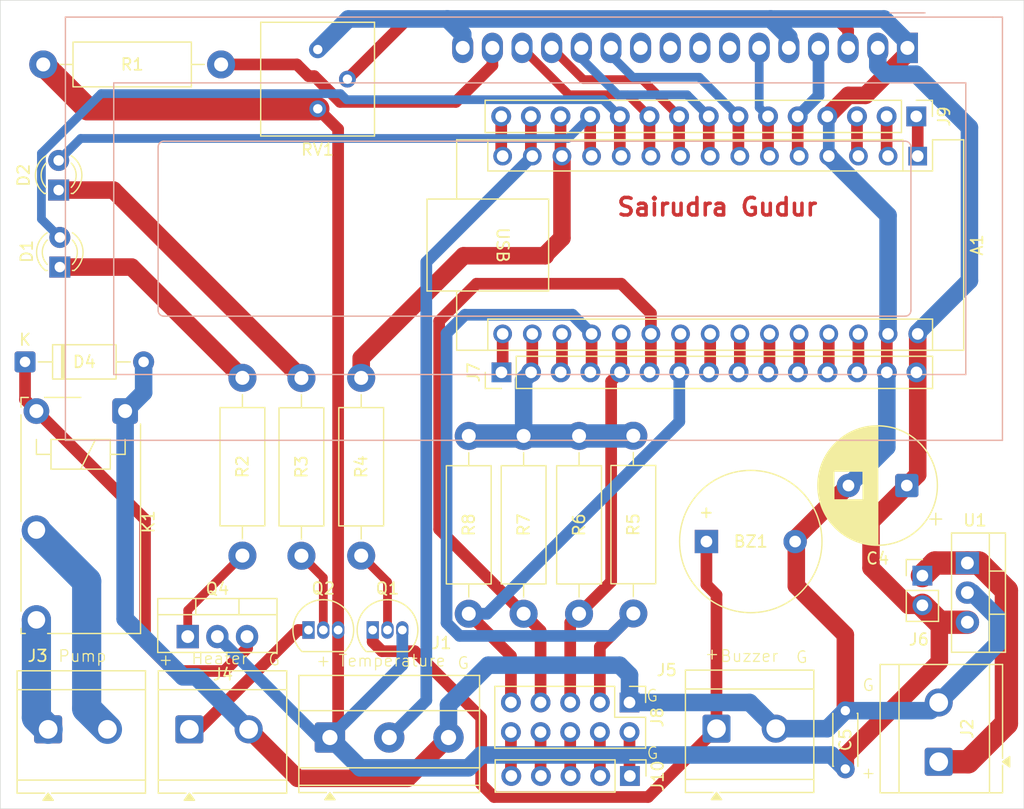
<source format=kicad_pcb>
(kicad_pcb (version 20241229) (generator "pcbnew") (generator_version "9.0")
  (layers (0 "F.Cu" signal) (2 "B.Cu" signal) (13 "F.Paste" user) (15 "B.Paste" user) (5 "F.SilkS" user "F.Silkscreen") (7 "B.SilkS" user "B.Silkscreen") (1 "F.Mask" user) (3 "B.Mask" user) (25 "Edge.Cuts" user))
  (net 0 "")
  (net 1 "D9")
  (net 2 "GND")
  (net 3 "A4")
  (net 4 "A6")
  (net 5 "A3")
  (net 6 "2")
  (net 7 "28")
  (net 8 "D6")
  (net 9 "D7")
  (net 10 "3V3")
  (net 11 "D5")
  (net 12 "D8")
  (net 13 "A0")
  (net 14 "D11")
  (net 15 "RS")
  (net 16 "A1")
  (net 17 "A2")
  (net 18 "A7")
  (net 19 "D4")
  (net 20 "D10")
  (net 21 "A5")
  (net 22 "+5Vo")
  (net 23 "EN")
  (net 24 "5V")
  (net 25 "16")
  (net 26 "3")
  (net 27 "1")
  (net 28 "15")
  (net 29 "18")
  (net 30 "Net-(BZ1-+)")
  (net 31 "Net-(D1-K)")
  (net 32 "Net-(D2-K)")
  (net 37 "Net-(DS2-VO)")
  (net 38 "Net-(DS2-LED(+))")
  (net 39 "Vinput")
  (net 40 "Net-(J3-Pin_2)")
  (net 41 "Net-(J3-Pin_1)")
  (net 42 "Net-(J4-Pin_1)")
  (net 43 "Net-(Q1-B)")
  (net 44 "Net-(Q2-B)")
  (net 45 "Net-(D4-K)")
  (net 46 "Net-(J10-Pin_5)")
  (net 47 "Net-(J10-Pin_3)")
  (net 48 "Net-(J10-Pin_2)")
  (net 49 "Net-(J10-Pin_1)")
  (net 50 "Net-(J10-Pin_4)")
  (net 51 "Net-(Q4-B)")
  (footprint "Connector_PinHeader_2.54mm:PinHeader_1x15_P2.54mm_Vertical" (layer "F.Cu") (at 123.377688 90.952848 -90)
    (property "Reference" "J9" (at 0 -2.38 90) (layer "F.SilkS"))
    (property "Value" "Conn_01x15_Pin")
    (pad "1" thru_hole rect (at 0 0 270) (size 1.7 1.7) (drill 1) (layers "*.Cu" "*.Mask") (net 27 "1"))
    (pad "2" thru_hole circle (at 0 2.54 270) (size 1.7 1.7) (drill 1) (layers "*.Cu" "*.Mask") (net 6 "2"))
    (pad "3" thru_hole circle (at 0 5.08 270) (size 1.7 1.7) (drill 1) (layers "*.Cu" "*.Mask") (net 26 "3"))
    (pad "4" thru_hole circle (at 0 7.62 270) (size 1.7 1.7) (drill 1) (layers "*.Cu" "*.Mask") (net 2 "GND"))
    (pad "5" thru_hole circle (at 0 10.16 270) (size 1.7 1.7) (drill 1) (layers "*.Cu" "*.Mask") (net 15 "RS"))
    (pad "6" thru_hole circle (at 0 12.7 270) (size 1.7 1.7) (drill 1) (layers "*.Cu" "*.Mask") (net 23 "EN"))
    (pad "7" thru_hole circle (at 0 15.24 270) (size 1.7 1.7) (drill 1) (layers "*.Cu" "*.Mask") (net 19 "D4"))
    (pad "8" thru_hole circle (at 0 17.78 270) (size 1.7 1.7) (drill 1) (layers "*.Cu" "*.Mask") (net 11 "D5"))
    (pad "9" thru_hole circle (at 0 20.32 270) (size 1.7 1.7) (drill 1) (layers "*.Cu" "*.Mask") (net 8 "D6"))
    (pad "10" thru_hole circle (at 0 22.86 270) (size 1.7 1.7) (drill 1) (layers "*.Cu" "*.Mask") (net 9 "D7"))
    (pad "11" thru_hole circle (at 0 25.4 270) (size 1.7 1.7) (drill 1) (layers "*.Cu" "*.Mask") (net 12 "D8"))
    (pad "12" thru_hole circle (at 0 27.94 270) (size 1.7 1.7) (drill 1) (layers "*.Cu" "*.Mask") (net 1 "D9"))
    (pad "13" thru_hole circle (at 0 30.48 270) (size 1.7 1.7) (drill 1) (layers "*.Cu" "*.Mask") (net 20 "D10"))
    (pad "14" thru_hole circle (at 0 33.02 270) (size 1.7 1.7) (drill 1) (layers "*.Cu" "*.Mask") (net 14 "D11"))
    (pad "15" thru_hole circle (at 0 35.56 270) (size 1.7 1.7) (drill 1) (layers "*.Cu" "*.Mask") (net 28 "15"))
  )
  (footprint "LED_THT:LED_D3.0mm_Clear" (layer "F.Cu") (at 50 103.87 90)
    (property "Reference" "D1" (at 1.34 -2.83 90) (layer "F.SilkS"))
    (property "Value" "LED" (hide yes))
    (pad "1" thru_hole rect (at 0 0 90) (size 1.8 1.8) (drill 0.9) (layers "*.Cu" "*.Mask") (net 31 "Net-(D1-K)"))
    (pad "2" thru_hole circle (at 2.54 0 90) (size 1.8 1.8) (drill 0.9) (layers "*.Cu" "*.Mask") (net 12 "D8"))
  )
  (footprint "Connector_PinHeader_2.54mm:PinHeader_1x02_P2.54mm_Vertical" (layer "F.Cu") (at 123.9 130.325)
    (property "Reference" "J6" (at -0.3 5.475 0) (layer "F.SilkS"))
    (property "Value" "5vin_Pin" (hide yes))
    (pad "1" thru_hole rect (at 0 0) (size 1.7 1.7) (drill 1) (layers "*.Cu" "*.Mask") (net 39 "Vinput"))
    (pad "2" thru_hole circle (at 0 2.54) (size 1.7 1.7) (drill 1) (layers "*.Cu" "*.Mask") (net 24 "5V"))
  )
  (footprint "Resistor_THT:R_Axial_DIN0411_L9.9mm_D3.6mm_P15.24mm_Horizontal" (layer "F.Cu") (at 63.82 86.5 180)
    (property "Reference" "R1" (at 7.62 0 0) (layer "F.SilkS"))
    (property "Value" "1000" (hide yes))
    (pad "1" thru_hole circle (at 0 0 180) (size 2.4 2.4) (drill 1.2) (layers "*.Cu" "*.Mask") (net 38 "Net-(DS2-LED(+))"))
    (pad "2" thru_hole circle (at 15.24 0 180) (size 2.4 2.4) (drill 1.2) (layers "*.Cu" "*.Mask") (net 24 "5V"))
  )
  (footprint "TerminalBlock_CUI:TerminalBlock_CUI_TB007-508-02_1x02_P5.08mm_Horizontal" (layer "F.Cu") (at 49 143.5)
    (property "Reference" "J3" (at -0.9 -6.3 0) (layer "F.SilkS"))
    (property "Value" "PUMP_01x02" (hide yes))
    (pad "1" thru_hole roundrect (at 0 0) (size 2.4 2.4) (drill 1.6) (layers "*.Cu" "*.Mask") (roundrect_rratio 0.104167) (net 41 "Net-(J3-Pin_1)"))
    (pad "2" thru_hole circle (at 5.08 0) (size 2.4 2.4) (drill 1.6) (layers "*.Cu" "*.Mask") (net 40 "Net-(J3-Pin_2)"))
  )
  (footprint "Resistor_THT:R_Axial_DIN0411_L9.9mm_D3.6mm_P15.24mm_Horizontal" (layer "F.Cu") (at 85.036431 118.348634 -90)
    (property "Reference" "R8" (at 7.62 0 90) (layer "F.SilkS"))
    (property "Value" "10K" (hide yes))
    (pad "1" thru_hole circle (at 0 0 270) (size 2.4 2.4) (drill 1.2) (layers "*.Cu" "*.Mask") (net 10 "3V3"))
    (pad "2" thru_hole circle (at 15.24 0 270) (size 2.4 2.4) (drill 1.2) (layers "*.Cu" "*.Mask") (net 5 "A3"))
  )
  (footprint "Resistor_THT:R_Axial_DIN0411_L9.9mm_D3.6mm_P15.24mm_Horizontal" (layer "F.Cu") (at 65.644211 113.36536 -90)
    (property "Reference" "R2" (at 7.62 0 90) (layer "F.SilkS"))
    (property "Value" "220" (hide yes))
    (pad "1" thru_hole circle (at 0 0 270) (size 2.4 2.4) (drill 1.2) (layers "*.Cu" "*.Mask") (net 31 "Net-(D1-K)"))
    (pad "2" thru_hole circle (at 15.24 0 270) (size 2.4 2.4) (drill 1.2) (layers "*.Cu" "*.Mask") (net 51 "Net-(Q4-B)"))
  )
  (footprint "Resistor_THT:R_Axial_DIN0411_L9.9mm_D3.6mm_P15.24mm_Horizontal" (layer "F.Cu") (at 94.486431 118.348634 -90)
    (property "Reference" "R6" (at 7.62 0 90) (layer "F.SilkS"))
    (property "Value" "10K" (hide yes))
    (pad "1" thru_hole circle (at 0 0 270) (size 2.4 2.4) (drill 1.2) (layers "*.Cu" "*.Mask") (net 10 "3V3"))
    (pad "2" thru_hole circle (at 15.24 0 270) (size 2.4 2.4) (drill 1.2) (layers "*.Cu" "*.Mask") (net 16 "A1"))
  )
  (footprint "Resistor_THT:R_Axial_DIN0411_L9.9mm_D3.6mm_P15.24mm_Horizontal" (layer "F.Cu") (at 75.821184 113.369845 -90)
    (property "Reference" "R4" (at 7.62 0 90) (layer "F.SilkS"))
    (property "Value" "220" (hide yes))
    (pad "1" thru_hole circle (at 0 0 270) (size 2.4 2.4) (drill 1.2) (layers "*.Cu" "*.Mask") (net 20 "D10"))
    (pad "2" thru_hole circle (at 15.24 0 270) (size 2.4 2.4) (drill 1.2) (layers "*.Cu" "*.Mask") (net 43 "Net-(Q1-B)"))
  )
  (footprint "Buzzer_Beeper:Buzzer_12x9.5RM7.6" (layer "F.Cu") (at 105.4 127.4)
    (property "Reference" "BZ1" (at 3.8 0 0) (layer "F.SilkS"))
    (property "Value" "Buzzer" (hide yes))
    (fp_text user "+" (at -0.01 -2.54 0) (layer "F.SilkS"))
    (pad "1" thru_hole rect (at 0 0) (size 2 2) (drill 1) (layers "*.Cu" "*.Mask") (net 30 "Net-(BZ1-+)"))
    (pad "2" thru_hole circle (at 7.6 0) (size 2 2) (drill 1) (layers "*.Cu" "*.Mask") (net 2 "GND"))
  )
  (footprint "Connector_PinHeader_2.54mm:PinHeader_1x05_P2.54mm_Vertical" (layer "F.Cu") (at 98.84 147.5 -90)
    (property "Reference" "J10" (at 0 -2.38 90) (layer "F.SilkS"))
    (property "Value" "Button_01x05_Pin" (hide yes))
    (pad "1" thru_hole rect (at 0 0 270) (size 1.7 1.7) (drill 1) (layers "*.Cu" "*.Mask") (net 49 "Net-(J10-Pin_1)"))
    (pad "2" thru_hole circle (at 0 2.54 270) (size 1.7 1.7) (drill 1) (layers "*.Cu" "*.Mask") (net 48 "Net-(J10-Pin_2)"))
    (pad "3" thru_hole circle (at 0 5.08 270) (size 1.7 1.7) (drill 1) (layers "*.Cu" "*.Mask") (net 47 "Net-(J10-Pin_3)"))
    (pad "4" thru_hole circle (at 0 7.62 270) (size 1.7 1.7) (drill 1) (layers "*.Cu" "*.Mask") (net 50 "Net-(J10-Pin_4)"))
    (pad "5" thru_hole circle (at 0 10.16 270) (size 1.7 1.7) (drill 1) (layers "*.Cu" "*.Mask") (net 46 "Net-(J10-Pin_5)"))
  )
  (footprint "Relay_THT:Relay_SPST_TE_PCH-1xxx2M" (layer "F.Cu") (at 55.595 116.215 -90)
    (property "Reference" "K1" (at 9.5 -2 90) (layer "F.SilkS"))
    (property "Value" "TE_PCH-1xxx2M" (hide yes))
    (pad "1" thru_hole roundrect (at 0 0 270) (size 2.2 2.2) (drill 1.2) (layers "*.Cu" "*.Mask") (roundrect_rratio 0.155) (net 2 "GND"))
    (pad "2" thru_hole circle (at 10.2 7.6 270) (size 2.5 2.5) (drill 1.5) (layers "*.Cu" "*.Mask") (net 40 "Net-(J3-Pin_2)"))
    (pad "3" thru_hole circle (at 17.9 7.6 270) (size 2.5 2.5) (drill 1.5) (layers "*.Cu" "*.Mask") (net 41 "Net-(J3-Pin_1)"))
    (pad "5" thru_hole circle (at 0 7.6 270) (size 2.2 2.2) (drill 1.2) (layers "*.Cu" "*.Mask") (net 45 "Net-(D4-K)"))
  )
  (footprint "TerminalBlock_CUI:TerminalBlock_CUI_TB007-508-02_1x02_P5.08mm_Horizontal" (layer "F.Cu") (at 125.3 146.28 90)
    (property "Reference" "J2" (at 2.84 2.44 90) (layer "F.SilkS"))
    (property "Value" "power_01x02" (hide yes))
    (pad "1" thru_hole roundrect (at 0 0 90) (size 2.4 2.4) (drill 1.6) (layers "*.Cu" "*.Mask") (roundrect_rratio 0.104167) (net 39 "Vinput"))
    (pad "2" thru_hole circle (at 5.08 0 90) (size 2.4 2.4) (drill 1.6) (layers "*.Cu" "*.Mask") (net 2 "GND"))
  )
  (footprint "Resistor_THT:R_Axial_DIN0411_L9.9mm_D3.6mm_P15.24mm_Horizontal" (layer "F.Cu") (at 70.7 113.38 -90)
    (property "Reference" "R3" (at 7.62 0 90) (layer "F.SilkS"))
    (property "Value" "220" (hide yes))
    (pad "1" thru_hole circle (at 0 0 270) (size 2.4 2.4) (drill 1.2) (layers "*.Cu" "*.Mask") (net 32 "Net-(D2-K)"))
    (pad "2" thru_hole circle (at 15.24 0 270) (size 2.4 2.4) (drill 1.2) (layers "*.Cu" "*.Mask") (net 44 "Net-(Q2-B)"))
  )
  (footprint "Module:Arduino_Nano_WithMountingHoles" (layer "F.Cu") (at 123.5 94.36 -90)
    (property "Reference" "A1" (at 7.62 -5.08 90) (layer "F.SilkS"))
    (property "Value" "Arduino_Nano_v2.x")
    (fp_text user "USB" (at 7.62 35.56 270) (layer "F.SilkS"))
    (pad "" np_thru_hole circle (at 0 -2.54 270) (size 1.78 1.78) (drill 1.78) (layers "*.Cu" "*.Mask"))
    (pad "" np_thru_hole circle (at 0 38.1 270) (size 1.78 1.78) (drill 1.78) (layers "*.Cu" "*.Mask"))
    (pad "" np_thru_hole circle (at 15.24 -2.54 270) (size 1.78 1.78) (drill 1.78) (layers "*.Cu" "*.Mask"))
    (pad "" np_thru_hole circle (at 15.24 38.1 270) (size 1.78 1.78) (drill 1.78) (layers "*.Cu" "*.Mask"))
    (pad "1" thru_hole rect (at 0 0 270) (size 1.6 1.6) (drill 1) (layers "*.Cu" "*.Mask") (net 27 "1"))
    (pad "2" thru_hole oval (at 0 2.54 270) (size 1.6 1.6) (drill 1) (layers "*.Cu" "*.Mask") (net 6 "2"))
    (pad "3" thru_hole oval (at 0 5.08 270) (size 1.6 1.6) (drill 1) (layers "*.Cu" "*.Mask") (net 26 "3"))
    (pad "4" thru_hole oval (at 0 7.62 270) (size 1.6 1.6) (drill 1) (layers "*.Cu" "*.Mask") (net 2 "GND"))
    (pad "5" thru_hole oval (at 0 10.16 270) (size 1.6 1.6) (drill 1) (layers "*.Cu" "*.Mask") (net 15 "RS"))
    (pad "6" thru_hole oval (at 0 12.7 270) (size 1.6 1.6) (drill 1) (layers "*.Cu" "*.Mask") (net 23 "EN"))
    (pad "7" thru_hole oval (at 0 15.24 270) (size 1.6 1.6) (drill 1) (layers "*.Cu" "*.Mask") (net 19 "D4"))
    (pad "8" thru_hole oval (at 0 17.78 270) (size 1.6 1.6) (drill 1) (layers "*.Cu" "*.Mask") (net 11 "D5"))
    (pad "9" thru_hole oval (at 0 20.32 270) (size 1.6 1.6) (drill 1) (layers "*.Cu" "*.Mask") (net 8 "D6"))
    (pad "10" thru_hole oval (at 0 22.86 270) (size 1.6 1.6) (drill 1) (layers "*.Cu" "*.Mask") (net 9 "D7"))
    (pad "11" thru_hole oval (at 0 25.4 270) (size 1.6 1.6) (drill 1) (layers "*.Cu" "*.Mask") (net 12 "D8"))
    (pad "12" thru_hole oval (at 0 27.94 270) (size 1.6 1.6) (drill 1) (layers "*.Cu" "*.Mask") (net 1 "D9"))
    (pad "13" thru_hole oval (at 0 30.48 270) (size 1.6 1.6) (drill 1) (layers "*.Cu" "*.Mask") (net 20 "D10"))
    (pad "14" thru_hole oval (at 0 33.02 270) (size 1.6 1.6) (drill 1) (layers "*.Cu" "*.Mask") (net 14 "D11"))
    (pad "15" thru_hole oval (at 0 35.56 270) (size 1.6 1.6) (drill 1) (layers "*.Cu" "*.Mask") (net 28 "15"))
    (pad "16" thru_hole oval (at 15.24 35.56 270) (size 1.6 1.6) (drill 1) (layers "*.Cu" "*.Mask") (net 25 "16"))
    (pad "17" thru_hole oval (at 15.24 33.02 270) (size 1.6 1.6) (drill 1) (layers "*.Cu" "*.Mask") (net 10 "3V3"))
    (pad "18" thru_hole oval (at 15.24 30.48 270) (size 1.6 1.6) (drill 1) (layers "*.Cu" "*.Mask") (net 29 "18"))
    (pad "19" thru_hole oval (at 15.24 27.94 270) (size 1.6 1.6) (drill 1) (layers "*.Cu" "*.Mask") (net 13 "A0"))
    (pad "20" thru_hole oval (at 15.24 25.4 270) (size 1.6 1.6) (drill 1) (layers "*.Cu" "*.Mask") (net 16 "A1"))
    (pad "21" thru_hole oval (at 15.24 22.86 270) (size 1.6 1.6) (drill 1) (layers "*.Cu" "*.Mask") (net 17 "A2"))
    (pad "22" thru_hole oval (at 15.24 20.32 270) (size 1.6 1.6) (drill 1) (layers "*.Cu" "*.Mask") (net 5 "A3"))
    (pad "23" thru_hole oval (at 15.24 17.78 270) (size 1.6 1.6) (drill 1) (layers "*.Cu" "*.Mask") (net 3 "A4"))
    (pad "24" thru_hole oval (at 15.24 15.24 270) (size 1.6 1.6) (drill 1) (layers "*.Cu" "*.Mask") (net 21 "A5"))
    (pad "25" thru_hole oval (at 15.24 12.7 270) (size 1.6 1.6) (drill 1) (layers "*.Cu" "*.Mask") (net 4 "A6"))
    (pad "26" thru_hole oval (at 15.24 10.16 270) (size 1.6 1.6) (drill 1) (layers "*.Cu" "*.Mask") (net 18 "A7"))
    (pad "27" thru_hole oval (at 15.24 7.62 270) (size 1.6 1.6) (drill 1) (layers "*.Cu" "*.Mask") (net 22 "+5Vo"))
    (pad "28" thru_hole oval (at 15.24 5.08 270) (size 1.6 1.6) (drill 1) (layers "*.Cu" "*.Mask") (net 7 "28"))
    (pad "29" thru_hole oval (at 15.24 2.54 270) (size 1.6 1.6) (drill 1) (layers "*.Cu" "*.Mask") (net 2 "GND"))
    (pad "30" thru_hole oval (at 15.24 0 270) (size 1.6 1.6) (drill 1) (layers "*.Cu" "*.Mask") (net 24 "5V"))
  )
  (footprint "TerminalBlock_CUI:TerminalBlock_CUI_TB007-508-02_1x02_P5.08mm_Horizontal" (layer "F.Cu") (at 106.26 143.4425)
    (property "Reference" "J5" (at -4.26 -5.02 0) (layer "F.SilkS"))
    (property "Value" "Buzzer_01x02" (hide yes))
    (pad "1" thru_hole roundrect (at 0 0) (size 2.4 2.4) (drill 1.6) (layers "*.Cu" "*.Mask") (roundrect_rratio 0.104167) (net 30 "Net-(BZ1-+)"))
    (pad "2" thru_hole circle (at 5.08 0) (size 2.4 2.4) (drill 1.6) (layers "*.Cu" "*.Mask") (net 2 "GND"))
  )
  (footprint "Resistor_THT:R_Axial_DIN0411_L9.9mm_D3.6mm_P15.24mm_Horizontal" (layer "F.Cu") (at 99.136431 118.328634 -90)
    (property "Reference" "R5" (at 7.62 0 90) (layer "F.SilkS"))
    (property "Value" "10K" (hide yes))
    (pad "1" thru_hole circle (at 0 0 270) (size 2.4 2.4) (drill 1.2) (layers "*.Cu" "*.Mask") (net 10 "3V3"))
    (pad "2" thru_hole circle (at 15.24 0 270) (size 2.4 2.4) (drill 1.2) (layers "*.Cu" "*.Mask") (net 13 "A0"))
  )
  (footprint "Connector_PinHeader_2.54mm:PinHeader_1x15_P2.54mm_Vertical" (layer "F.Cu") (at 87.834526 112.898151 90)
    (property "Reference" "J7" (at 0 -2.38 90) (layer "F.SilkS"))
    (property "Value" "Conn_01x15_Pin")
    (pad "1" thru_hole rect (at 0 0 90) (size 1.7 1.7) (drill 1) (layers "*.Cu" "*.Mask") (net 25 "16"))
    (pad "2" thru_hole circle (at 0 2.54 90) (size 1.7 1.7) (drill 1) (layers "*.Cu" "*.Mask") (net 10 "3V3"))
    (pad "3" thru_hole circle (at 0 5.08 90) (size 1.7 1.7) (drill 1) (layers "*.Cu" "*.Mask") (net 29 "18"))
    (pad "4" thru_hole circle (at 0 7.62 90) (size 1.7 1.7) (drill 1) (layers "*.Cu" "*.Mask") (net 13 "A0"))
    (pad "5" thru_hole circle (at 0 10.16 90) (size 1.7 1.7) (drill 1) (layers "*.Cu" "*.Mask") (net 16 "A1"))
    (pad "6" thru_hole circle (at 0 12.7 90) (size 1.7 1.7) (drill 1) (layers "*.Cu" "*.Mask") (net 17 "A2"))
    (pad "7" thru_hole circle (at 0 15.24 90) (size 1.7 1.7) (drill 1) (layers "*.Cu" "*.Mask") (net 5 "A3"))
    (pad "8" thru_hole circle (at 0 17.78 90) (size 1.7 1.7) (drill 1) (layers "*.Cu" "*.Mask") (net 3 "A4"))
    (pad "9" thru_hole circle (at 0 20.32 90) (size 1.7 1.7) (drill 1) (layers "*.Cu" "*.Mask") (net 21 "A5"))
    (pad "10" thru_hole circle (at 0 22.86 90) (size 1.7 1.7) (drill 1) (layers "*.Cu" "*.Mask") (net 4 "A6"))
    (pad "11" thru_hole circle (at 0 25.4 90) (size 1.7 1.7) (drill 1) (layers "*.Cu" "*.Mask") (net 18 "A7"))
    (pad "12" thru_hole circle (at 0 27.94 90) (size 1.7 1.7) (drill 1) (layers "*.Cu" "*.Mask") (net 22 "+5Vo"))
    (pad "13" thru_hole circle (at 0 30.48 90) (size 1.7 1.7) (drill 1) (layers "*.Cu" "*.Mask") (net 7 "28"))
    (pad "14" thru_hole circle (at 0 33.02 90) (size 1.7 1.7) (drill 1) (layers "*.Cu" "*.Mask") (net 2 "GND"))
    (pad "15" thru_hole circle (at 0 35.56 90) (size 1.7 1.7) (drill 1) (layers "*.Cu" "*.Mask") (net 24 "5V"))
  )
  (footprint "Resistor_THT:R_Axial_DIN0411_L9.9mm_D3.6mm_P15.24mm_Horizontal" (layer "F.Cu") (at 89.736431 118.348634 -90)
    (property "Reference" "R7" (at 7.62 0 90) (layer "F.SilkS"))
    (property "Value" "10K" (hide yes))
    (pad "1" thru_hole circle (at 0 0 270) (size 2.4 2.4) (drill 1.2) (layers "*.Cu" "*.Mask") (net 10 "3V3"))
    (pad "2" thru_hole circle (at 15.24 0 270) (size 2.4 2.4) (drill 1.2) (layers "*.Cu" "*.Mask") (net 17 "A2"))
  )
  (footprint "TerminalBlock_Phoenix:TerminalBlock_Phoenix_MKDS-1,5-3-5.08_1x03_P5.08mm_Horizontal" (layer "F.Cu") (at 73.14 144.2)
    (property "Reference" "J1" (at 9.56 -8.1 0) (layer "F.SilkS"))
    (property "Value" "Temperature_01x03" (hide yes))
    (pad "1" thru_hole roundrect (at 0 0) (size 2.6 2.6) (drill 1.3) (layers "*.Cu" "*.Mask") (roundrect_rratio 0.096154) (net 24 "5V"))
    (pad "2" thru_hole circle (at 5.08 0) (size 2.6 2.6) (drill 1.3) (layers "*.Cu" "*.Mask") (net 14 "D11"))
    (pad "3" thru_hole circle (at 10.16 0) (size 2.6 2.6) (drill 1.3) (layers "*.Cu" "*.Mask") (net 2 "GND"))
  )
  (footprint "LED_THT:LED_D3.0mm_Clear" (layer "F.Cu") (at 49.9 97.27 90)
    (property "Reference" "D2" (at 1.27 -3 90) (layer "F.SilkS"))
    (property "Value" "LED" (hide yes))
    (pad "1" thru_hole rect (at 0 0 90) (size 1.8 1.8) (drill 0.9) (layers "*.Cu" "*.Mask") (net 32 "Net-(D2-K)"))
    (pad "2" thru_hole circle (at 2.54 0 90) (size 1.8 1.8) (drill 0.9) (layers "*.Cu" "*.Mask") (net 1 "D9"))
  )
  (footprint "Diode_THT:D_A-405_P10.16mm_Horizontal" (layer "F.Cu") (at 47.02 112)
    (property "Reference" "D4" (at 5.08 0 0) (layer "F.SilkS"))
    (property "Value" "1N4148WT" (hide yes))
    (fp_text user "K" (at 0 -1.9 0) (layer "F.SilkS"))
    (pad "1" thru_hole roundrect (at 0 0) (size 1.8 1.8) (drill 0.9) (layers "*.Cu" "*.Mask") (roundrect_rratio 0.138889) (net 45 "Net-(D4-K)"))
    (pad "2" thru_hole circle (at 10.16 0) (size 1.8 1.8) (drill 0.9) (layers "*.Cu" "*.Mask") (net 2 "GND"))
  )
  (footprint "Connector_PinHeader_2.54mm:PinHeader_2x05_P2.54mm_Vertical" (layer "F.Cu") (at 98.80846 141.197884 -90)
    (property "Reference" "J8" (at 1.27 -2.38 90) (layer "F.SilkS"))
    (property "Value" "Conn_02x05_Odd_Even" (hide yes))
    (pad "1" thru_hole rect (at 0 0 270) (size 1.7 1.7) (drill 1) (layers "*.Cu" "*.Mask") (net 2 "GND"))
    (pad "2" thru_hole circle (at 2.54 0 270) (size 1.7 1.7) (drill 1) (layers "*.Cu" "*.Mask") (net 49 "Net-(J10-Pin_1)"))
    (pad "3" thru_hole circle (at 0 2.54 270) (size 1.7 1.7) (drill 1) (layers "*.Cu" "*.Mask") (net 13 "A0"))
    (pad "4" thru_hole circle (at 2.54 2.54 270) (size 1.7 1.7) (drill 1) (layers "*.Cu" "*.Mask") (net 48 "Net-(J10-Pin_2)"))
    (pad "5" thru_hole circle (at 0 5.08 270) (size 1.7 1.7) (drill 1) (layers "*.Cu" "*.Mask") (net 16 "A1"))
    (pad "6" thru_hole circle (at 2.54 5.08 270) (size 1.7 1.7) (drill 1) (layers "*.Cu" "*.Mask") (net 47 "Net-(J10-Pin_3)"))
    (pad "7" thru_hole circle (at 0 7.62 270) (size 1.7 1.7) (drill 1) (layers "*.Cu" "*.Mask") (net 17 "A2"))
    (pad "8" thru_hole circle (at 2.54 7.62 270) (size 1.7 1.7) (drill 1) (layers "*.Cu" "*.Mask") (net 50 "Net-(J10-Pin_4)"))
    (pad "9" thru_hole circle (at 0 10.16 270) (size 1.7 1.7) (drill 1) (layers "*.Cu" "*.Mask") (net 5 "A3"))
    (pad "10" thru_hole circle (at 2.54 10.16 270) (size 1.7 1.7) (drill 1) (layers "*.Cu" "*.Mask") (net 46 "Net-(J10-Pin_5)"))
  )
  (footprint "Package_TO_SOT_THT:TO-92_Inline" (layer "F.Cu") (at 71.304211 134.98536)
    (property "Reference" "Q2" (at 1.27 -3.56 0) (layer "F.SilkS"))
    (property "Value" "2N3904" (hide yes))
    (pad "1" thru_hole rect (at 0 0) (size 1.05 1.5) (drill 0.75) (layers "*.Cu" "*.Mask") (net 42 "Net-(J4-Pin_1)"))
    (pad "2" thru_hole oval (at 1.27 0) (size 1.05 1.5) (drill 0.75) (layers "*.Cu" "*.Mask") (net 44 "Net-(Q2-B)"))
    (pad "3" thru_hole oval (at 2.54 0) (size 1.05 1.5) (drill 0.75) (layers "*.Cu" "*.Mask") (net 24 "5V"))
  )
  (footprint "Package_TO_SOT_THT:TO-220-3_Vertical" (layer "F.Cu") (at 127.7575 129.24 -90)
    (property "Reference" "U1" (at -3.66 -0.65 0) (layer "F.SilkS"))
    (property "Value" "LM7805_TO220" (hide yes))
    (pad "1" thru_hole rect (at 0 0 270) (size 1.905 2) (drill 1.1) (layers "*.Cu" "*.Mask") (net 39 "Vinput"))
    (pad "2" thru_hole oval (at 2.54 0 270) (size 1.905 2) (drill 1.1) (layers "*.Cu" "*.Mask") (net 2 "GND"))
    (pad "3" thru_hole oval (at 5.08 0 270) (size 1.905 2) (drill 1.1) (layers "*.Cu" "*.Mask") (net 24 "5V"))
  )
  (footprint "TerminalBlock_CUI:TerminalBlock_CUI_TB007-508-02_1x02_P5.08mm_Horizontal" (layer "F.Cu") (at 61.1 143.5)
    (property "Reference" "J4" (at 2.884211 -4.71464 0) (layer "F.SilkS"))
    (property "Value" "Heater_01x02" (hide yes))
    (pad "1" thru_hole roundrect (at 0 0) (size 2.4 2.4) (drill 1.6) (layers "*.Cu" "*.Mask") (roundrect_rratio 0.104167) (net 42 "Net-(J4-Pin_1)"))
    (pad "2" thru_hole circle (at 5.08 0) (size 2.4 2.4) (drill 1.6) (layers "*.Cu" "*.Mask") (net 2 "GND"))
  )
  (footprint "Capacitor_THT:C_Disc_D4.3mm_W1.9mm_P5.00mm" (layer "F.Cu") (at 117.3 146.9 90)
    (property "Reference" "C5" (at 2.5 0 90) (layer "F.SilkS"))
    (property "Value" "0.1uf" (hide yes))
    (pad "1" thru_hole circle (at 0 0 90) (size 1.6 1.6) (drill 0.8) (layers "*.Cu" "*.Mask") (net 24 "5V"))
    (pad "2" thru_hole circle (at 5 0 90) (size 1.6 1.6) (drill 0.8) (layers "*.Cu" "*.Mask") (net 2 "GND"))
  )
  (footprint "Potentiometer_THT:Potentiometer_Bourns_3386P_Vertical" (layer "F.Cu") (at 72.1 90.3)
    (property "Reference" "RV1" (at -0.015 3.5 0) (layer "F.SilkS"))
    (property "Value" "R_Potentiometer")
    (pad "1" thru_hole circle (at 0 0) (size 1.44 1.44) (drill 0.8) (layers "*.Cu" "*.Mask") (net 24 "5V"))
    (pad "2" thru_hole circle (at 2.54 -2.54) (size 1.44 1.44) (drill 0.8) (layers "*.Cu" "*.Mask") (net 37 "Net-(DS2-VO)"))
    (pad "3" thru_hole circle (at 0 -5.08) (size 1.44 1.44) (drill 0.8) (layers "*.Cu" "*.Mask") (net 2 "GND"))
  )
  (footprint "Capacitor_THT:CP_Radial_D10.0mm_P5.00mm" (layer "F.Cu") (at 122.567677 122.6 180)
    (property "Reference" "C4" (at 2.5 -6.25 0) (layer "F.SilkS"))
    (property "Value" "10uf" (hide yes))
    (pad "1" thru_hole roundrect (at 0 0 180) (size 2 2) (drill 1) (layers "*.Cu" "*.Mask") (roundrect_rratio 0.125) (net 24 "5V"))
    (pad "2" thru_hole circle (at 5 0 180) (size 2 2) (drill 1) (layers "*.Cu" "*.Mask") (net 2 "GND"))
  )
  (footprint "Package_TO_SOT_THT:TO-220-3_Vertical" (layer "F.Cu") (at 60.96 135.55)
    (property "Reference" "Q4" (at 2.54 -4.1 0) (layer "F.SilkS"))
    (property "Value" "TIP120" (hide yes))
    (pad "1" thru_hole rect (at 0 0) (size 1.905 2) (drill 1.1) (layers "*.Cu" "*.Mask") (net 51 "Net-(Q4-B)"))
    (pad "2" thru_hole oval (at 2.54 0) (size 1.905 2) (drill 1.1) (layers "*.Cu" "*.Mask") (net 24 "5V"))
    (pad "3" thru_hole oval (at 5.08 0) (size 1.905 2) (drill 1.1) (layers "*.Cu" "*.Mask") (net 45 "Net-(D4-K)"))
  )
  (footprint "Package_TO_SOT_THT:TO-92_Inline" (layer "F.Cu") (at 76.804211 134.98536)
    (property "Reference" "Q1" (at 1.27 -3.56 0) (layer "F.SilkS"))
    (property "Value" "2N3904" (hide yes))
    (pad "1" thru_hole rect (at 0 0) (size 1.05 1.5) (drill 0.75) (layers "*.Cu" "*.Mask") (net 30 "Net-(BZ1-+)"))
    (pad "2" thru_hole oval (at 1.27 0) (size 1.05 1.5) (drill 0.75) (layers "*.Cu" "*.Mask") (net 43 "Net-(Q1-B)"))
    (pad "3" thru_hole oval (at 2.54 0) (size 1.05 1.5) (drill 0.75) (layers "*.Cu" "*.Mask") (net 24 "5V"))
  )
  (footprint "Display:WC1602A" (layer "B.Cu") (at 122.62 85.08 180)
    (property "Reference" "DS2" (hide yes))
    (property "Value" "WC1602A" (hide yes))
    (pad "1" thru_hole rect (at 0 0 180) (size 1.8 2.6) (drill 1.2) (layers "*.Cu" "*.Mask") (net 2 "GND"))
    (pad "2" thru_hole oval (at 2.54 0 180) (size 1.8 2.6) (drill 1.2) (layers "*.Cu" "*.Mask") (net 24 "5V"))
    (pad "3" thru_hole oval (at 5.08 0 180) (size 1.8 2.6) (drill 1.2) (layers "*.Cu" "*.Mask") (net 37 "Net-(DS2-VO)"))
    (pad "4" thru_hole oval (at 7.62 0 180) (size 1.8 2.6) (drill 1.2) (layers "*.Cu" "*.Mask") (net 15 "RS"))
    (pad "5" thru_hole oval (at 10.16 0 180) (size 1.8 2.6) (drill 1.2) (layers "*.Cu" "*.Mask") (net 2 "GND"))
    (pad "6" thru_hole oval (at 12.7 0 180) (size 1.8 2.6) (drill 1.2) (layers "*.Cu" "*.Mask") (net 23 "EN"))
    (pad "7" thru_hole oval (at 15.24 0 180) (size 1.8 2.6) (drill 1.2) (layers "*.Cu" "*.Mask"))
    (pad "8" thru_hole oval (at 17.78 0 180) (size 1.8 2.6) (drill 1.2) (layers "*.Cu" "*.Mask"))
    (pad "9" thru_hole oval (at 20.32 0 180) (size 1.8 2.6) (drill 1.2) (layers "*.Cu" "*.Mask"))
    (pad "10" thru_hole oval (at 22.86 0 180) (size 1.8 2.6) (drill 1.2) (layers "*.Cu" "*.Mask"))
    (pad "11" thru_hole oval (at 25.4 0 180) (size 1.8 2.6) (drill 1.2) (layers "*.Cu" "*.Mask") (net 19 "D4"))
    (pad "12" thru_hole oval (at 27.94 0 180) (size 1.8 2.6) (drill 1.2) (layers "*.Cu" "*.Mask") (net 11 "D5"))
    (pad "13" thru_hole oval (at 30.48 0 180) (size 1.8 2.6) (drill 1.2) (layers "*.Cu" "*.Mask") (net 8 "D6"))
    (pad "14" thru_hole oval (at 33.02 0 180) (size 1.8 2.6) (drill 1.2) (layers "*.Cu" "*.Mask") (net 9 "D7"))
    (pad "15" thru_hole oval (at 35.56 0 180) (size 1.8 2.6) (drill 1.2) (layers "*.Cu" "*.Mask") (net 38 "Net-(DS2-LED(+))"))
    (pad "16" thru_hole oval (at 38.1 0 180) (size 1.8 2.6) (drill 1.2) (layers "*.Cu" "*.Mask") (net 2 "GND"))
  )
  (gr_rect (start 44.9 81) (end 132.6 150.3) (stroke (width 0.05)) (fill no) (layer "Edge.Cuts"))
  (gr_text "Sairudra Gudur" (at 97.6 99.6 0) (layer "F.Cu") (effects (font (size 1.5 1.5) (thickness 0.3) (bold yes)) (justify left bottom)))
  (gr_text "Pump" (at 49.8 137.8 0) (layer "F.SilkS") (effects (font (size 1 1) (thickness 0.1)) (justify left bottom)))
  (gr_text "+" (at 58.39 138.1 0) (layer "F.SilkS") (effects (font (size 1 1) (thickness 0.1)) (justify left bottom)))
  (gr_text "G" (at 67.8 138.1 0) (layer "F.SilkS") (effects (font (size 1 1) (thickness 0.1)) (justify left bottom)))
  (gr_text "+" (at 118.6 147.8 0) (layer "F.SilkS") (effects (font (size 1 1) (thickness 0.1)) (justify left bottom)))
  (gr_text "G" (at 100.18846 141.197884 0) (layer "F.SilkS") (effects (font (size 1 1) (thickness 0.1)) (justify left bottom)))
  (gr_text "+" (at 71.9 138.2 0) (layer "F.SilkS") (effects (font (size 1 1) (thickness 0.1)) (justify left bottom)))
  (gr_text "G" (at 100.22 146.12 0) (layer "F.SilkS") (effects (font (size 1 1) (thickness 0.1)) (justify left bottom)))
  (gr_text "Buzzer" (at 106.5 137.8 0) (layer "F.SilkS") (effects (font (size 1 1) (thickness 0.1)) (justify left bottom)))
  (gr_text "G" (at 113 137.9 0) (layer "F.SilkS") (effects (font (size 1 1) (thickness 0.1)) (justify left bottom)))
  (gr_text "G" (at 84 138.4 0) (layer "F.SilkS") (effects (font (size 1 1) (thickness 0.1)) (justify left bottom)))
  (gr_text "G" (at 118.7 140.3 0) (layer "F.SilkS") (effects (font (size 1 1) (thickness 0.1)) (justify left bottom)))
  (gr_text "Temperature" (at 73.8 138.2 0) (layer "F.SilkS") (effects (font (size 1 1) (thickness 0.1)) (justify left bottom)))
  (gr_text "Heater" (at 61.2 138 0) (layer "F.SilkS") (effects (font (size 1 1) (thickness 0.1)) (justify left bottom)))
  (gr_text "+" (at 105.2 137.6 0) (layer "F.SilkS") (effects (font (size 1 1) (thickness 0.1)) (justify left bottom)))
  (segment (start 95.437688 94.237688) (end 95.56 94.36) (width 1) (layer "F.Cu") (net 1))
  (segment (start 95.437688 90.952848) (end 95.437688 94.237688) (width 1) (layer "F.Cu") (net 1))
  (segment (start 51.786 92.844) (end 93.546536 92.844) (width 0.75) (layer "B.Cu") (net 1))
  (segment (start 49.9 94.73) (end 51.786 92.844) (width 0.75) (layer "B.Cu") (net 1))
  (segment (start 93.546536 92.844) (end 95.437688 90.952848) (width 0.75) (layer "B.Cu") (net 1))
  (segment (start 122.62 85.557709) (end 119.025861 89.151848) (width 1.5) (layer "F.Cu") (net 2))
  (segment (start 117.3 141.9) (end 117.3 135.4) (width 1.5) (layer "F.Cu") (net 2))
  (segment (start 70.38 147.7) (end 66.18 143.5) (width 1.5) (layer "F.Cu") (net 2))
  (segment (start 83.3 144.2) (end 79.8 147.7) (width 1.5) (layer "F.Cu") (net 2))
  (segment (start 113.1 131.2) (end 113.1 127.067677) (width 1.5) (layer "F.Cu") (net 2))
  (segment (start 117.551689 89.151848) (end 115.757688 90.945849) (width 1.5) (layer "F.Cu") (net 2))
  (segment (start 120.96 112.792677) (end 120.854526 112.898151) (width 1) (layer "F.Cu") (net 2))
  (segment (start 79.8 147.7) (end 70.38 147.7) (width 1.5) (layer "F.Cu") (net 2))
  (segment (start 113.1 127.067677) (end 117.567677 122.6) (width 1.5) (layer "F.Cu") (net 2))
  (segment (start 117.3 135.4) (end 113.1 131.2) (width 1.5) (layer "F.Cu") (net 2))
  (segment (start 115.757688 90.945849) (end 115.757688 90.952848) (width 1.5) (layer "F.Cu") (net 2))
  (segment (start 122.62 85.08) (end 122.62 85.557709) (width 1.5) (layer "F.Cu") (net 2))
  (segment (start 119.025861 89.151848) (end 117.551689 89.151848) (width 1.5) (layer "F.Cu") (net 2))
  (segment (start 120.854526 112.898151) (end 120.854526 109.705474) (width 1) (layer "F.Cu") (net 2))
  (segment (start 115.757688 94.237688) (end 115.88 94.36) (width 1) (layer "F.Cu") (net 2))
  (segment (start 120.854526 109.705474) (end 120.96 109.6) (width 1) (layer "F.Cu") (net 2))
  (segment (start 120.96 109.6) (end 120.96 99.44) (width 1.5) (layer "B.Cu") (net 2))
  (segment (start 112.46 84.16) (end 110.9 82.6) (width 1.5) (layer "B.Cu") (net 2))
  (segment (start 130.3 133.9) (end 128.18 131.78) (width 1.5) (layer "B.Cu") (net 2))
  (segment (start 61.68 139) (end 66.18 143.5) (width 1.5) (layer "B.Cu") (net 2))
  (segment (start 112.46 85.08) (end 112.46 84.16) (width 1.5) (layer "B.Cu") (net 2))
  (segment (start 120.854526 119.313151) (end 120.854526 112.898151) (width 1.5) (layer "B.Cu") (net 2))
  (segment (start 55.595 134.0395) (end 60.5555 139) (width 1.5) (layer "B.Cu") (net 2))
  (segment (start 115.7575 143.4425) (end 117.3 141.9) (width 1.5) (layer "B.Cu") (net 2))
  (segment (start 128.18 131.78) (end 127.7575 131.78) (width 1.5) (layer "B.Cu") (net 2))
  (segment (start 122.62 84.602291) (end 120.617709 82.6) (width 1.5) (layer "B.Cu") (net 2))
  (segment (start 83.2 82.6) (end 74.72 82.6) (width 1.5) (layer "B.Cu") (net 2))
  (segment (start 120.96 99.44) (end 115.88 94.36) (width 1.5) (layer "B.Cu") (net 2))
  (segment (start 83.3 144.2) (end 83.3 141.4) (width 1.5) (layer "B.Cu") (net 2))
  (segment (start 111.34 143.4425) (end 109.095384 141.197884) (width 1.5) (layer "B.Cu") (net 2))
  (segment (start 117.3 141.9) (end 124.6 141.9) (width 1.5) (layer "B.Cu") (net 2))
  (segment (start 57.18 112) (end 57.18 114.63) (width 1.5) (layer "B.Cu") (net 2))
  (segment (start 55.595 116.215) (end 55.595 134.0395) (width 1.5) (layer "B.Cu") (net 2))
  (segment (start 97.960576 138) (end 98.80846 138.847884) (width 1.5) (layer "B.Cu") (net 2))
  (segment (start 109.095384 141.197884) (end 98.80846 141.197884) (width 1.5) (layer "B.Cu") (net 2))
  (segment (start 120.617709 82.6) (end 110.9 82.6) (width 1.5) (layer "B.Cu") (net 2))
  (segment (start 60.5555 139) (end 61.68 139) (width 1.5) (layer "B.Cu") (net 2))
  (segment (start 115.88 91.07516) (end 115.757688 90.952848) (width 1) (layer "B.Cu") (net 2))
  (segment (start 122.62 85.08) (end 122.62 84.602291) (width 1.5) (layer "B.Cu") (net 2))
  (segment (start 83.3 141.4) (end 86.7 138) (width 1.5) (layer "B.Cu") (net 2))
  (segment (start 122.62 85.557709) (end 122.62 85.08) (width 1.5) (layer "B.Cu") (net 2))
  (segment (start 84.52 85.08) (end 84.52 83.92) (width 1.5) (layer "B.Cu") (net 2))
  (segment (start 74.72 82.6) (end 72.1 85.22) (width 1.5) (layer "B.Cu") (net 2))
  (segment (start 98.80846 138.847884) (end 98.80846 141.197884) (width 1.5) (layer "B.Cu") (net 2))
  (segment (start 130.3 136.2) (end 130.3 133.9) (width 1.5) (layer "B.Cu") (net 2))
  (segment (start 125.3 141.2) (end 130.3 136.2) (width 1.5) (layer "B.Cu") (net 2))
  (segment (start 110.9 82.6) (end 83.2 82.6) (width 1.5) (layer "B.Cu") (net 2))
  (segment (start 117.567677 122.6) (end 120.854526 119.313151) (width 1.5) (layer "B.Cu") (net 2))
  (segment (start 57.18 114.63) (end 55.595 116.215) (width 1.5) (layer "B.Cu") (net 2))
  (segment (start 115.88 94.36) (end 115.88 91.07516) (width 1) (layer "B.Cu") (net 2))
  (segment (start 84.52 83.92) (end 83.2 82.6) (width 1.5) (layer "B.Cu") (net 2))
  (segment (start 115.757688 90.952848) (end 115.757688 90.945849) (width 1.5) (layer "B.Cu") (net 2))
  (segment (start 86.7 138) (end 97.960576 138) (width 1.5) (layer "B.Cu") (net 2))
  (segment (start 111.34 143.4425) (end 115.7575 143.4425) (width 1.5) (layer "B.Cu") (net 2))
  (segment (start 105.72 109.6) (end 105.72 112.792677) (width 1) (layer "F.Cu") (net 3))
  (segment (start 105.72 112.792677) (end 105.614526 112.898151) (width 1) (layer "F.Cu") (net 3))
  (segment (start 110.8 109.6) (end 110.8 112.792677) (width 1) (layer "F.Cu") (net 4))
  (segment (start 110.8 112.792677) (end 110.694526 112.898151) (width 1) (layer "F.Cu") (net 4))
  (segment (start 88.64846 137.200663) (end 85.036431 133.588634) (width 1) (layer "F.Cu") (net 5))
  (segment (start 88.64846 141.197884) (end 88.64846 137.200663) (width 1) (layer "F.Cu") (net 5))
  (segment (start 103.18 109.6) (end 103.18 112.792677) (width 1) (layer "F.Cu") (net 5))
  (segment (start 103.18 112.792677) (end 103.074526 112.898151) (width 1) (layer "F.Cu") (net 5))
  (segment (start 86.611366 133.588634) (end 103.074526 117.125474) (width 1) (layer "B.Cu") (net 5))
  (segment (start 103.074526 117.125474) (end 103.074526 112.898151) (width 1) (layer "B.Cu") (net 5))
  (segment (start 85.036431 133.588634) (end 86.611366 133.588634) (width 1) (layer "B.Cu") (net 5))
  (segment (start 120.837688 90.952848) (end 120.837688 94.237688) (width 1) (layer "F.Cu") (net 6))
  (segment (start 120.837688 94.237688) (end 120.96 94.36) (width 1) (layer "F.Cu") (net 6))
  (segment (start 118.42 109.6) (end 118.42 112.792677) (width 1) (layer "F.Cu") (net 7))
  (segment (start 118.42 112.792677) (end 118.314526 112.898151) (width 1) (layer "F.Cu") (net 7))
  (segment (start 99.90484 87.8) (end 103.057688 90.952848) (width 0.75) (layer "F.Cu") (net 8))
  (segment (start 94.86 87.8) (end 99.90484 87.8) (width 0.75) (layer "F.Cu") (net 8))
  (segment (start 103.057688 94.237688) (end 103.18 94.36) (width 1) (layer "F.Cu") (net 8))
  (segment (start 103.057688 90.952848) (end 103.057688 94.237688) (width 1) (layer "F.Cu") (net 8))
  (segment (start 92.14 85.08) (end 94.86 87.8) (width 0.75) (layer "F.Cu") (net 8))
  (segment (start 98.66484 89.1) (end 100.517688 90.952848) (width 0.75) (layer "F.Cu") (net 9))
  (segment (start 93.62 89.1) (end 98.66484 89.1) (width 0.75) (layer "F.Cu") (net 9))
  (segment (start 89.6 85.08) (end 93.62 89.1) (width 0.75) (layer "F.Cu") (net 9))
  (segment (start 100.517688 94.237688) (end 100.64 94.36) (width 1) (layer "F.Cu") (net 9))
  (segment (start 100.517688 90.952848) (end 100.517688 94.237688) (width 1) (layer "F.Cu") (net 9))
  (segment (start 99.116431 118.348634) (end 99.136431 118.328634) (width 1.5) (layer "F.Cu") (net 10))
  (segment (start 90.48 112.792677) (end 90.374526 112.898151) (width 1) (layer "F.Cu") (net 10))
  (segment (start 90.48 109.6) (end 90.48 112.792677) (width 1) (layer "F.Cu") (net 10))
  (segment (start 89.736431 113.536246) (end 90.374526 112.898151) (width 1.5) (layer "B.Cu") (net 10))
  (segment (start 85.036431 118.348634) (end 99.116431 118.348634) (width 2) (layer "B.Cu") (net 10))
  (segment (start 99.116431 118.348634) (end 99.136431 118.328634) (width 2) (layer "B.Cu") (net 10))
  (segment (start 89.736431 118.348634) (end 89.736431 113.536246) (width 1.5) (layer "B.Cu") (net 10))
  (segment (start 105.597688 90.952848) (end 105.597688 94.237688) (width 1) (layer "F.Cu") (net 11))
  (segment (start 105.597688 94.237688) (end 105.72 94.36) (width 1) (layer "F.Cu") (net 11))
  (segment (start 97.8 89.1) (end 103.74484 89.1) (width 0.75) (layer "B.Cu") (net 11))
  (segment (start 94.68 85.98) (end 97.8 89.1) (width 0.75) (layer "B.Cu") (net 11))
  (segment (start 94.68 85.08) (end 94.68 85.98) (width 0.75) (layer "B.Cu") (net 11))
  (segment (start 103.74484 89.1) (end 105.597688 90.952848) (width 0.75) (layer "B.Cu") (net 11))
  (segment (start 97.977688 90.952848) (end 97.977688 94.237688) (width 1) (layer "F.Cu") (net 12))
  (segment (start 97.977688 94.237688) (end 98.1 94.36) (width 1) (layer "F.Cu") (net 12))
  (segment (start 96.547299 89.522459) (end 97.977688 90.952848) (width 0.75) (layer "B.Cu") (net 12))
  (segment (start 53.53862 89.004) (end 74.051179 89.004) (width 0.75) (layer "B.Cu") (net 12))
  (segment (start 48.424 99.754) (end 48.424 94.11862) (width 0.75) (layer "B.Cu") (net 12))
  (segment (start 50 101.33) (end 48.424 99.754) (width 0.75) (layer "B.Cu") (net 12))
  (segment (start 48.424 94.11862) (end 53.53862 89.004) (width 0.75) (layer "B.Cu") (net 12))
  (segment (start 74.051179 89.004) (end 74.569638 89.522459) (width 0.75) (layer "B.Cu") (net 12))
  (segment (start 74.569638 89.522459) (end 96.547299 89.522459) (width 0.75) (layer "B.Cu") (net 12))
  (segment (start 95.56 109.6) (end 95.56 112.792677) (width 1) (layer "F.Cu") (net 13))
  (segment (start 96.26846 136.436605) (end 99.136431 133.568634) (width 1) (layer "F.Cu") (net 13))
  (segment (start 95.56 112.792677) (end 95.454526 112.898151) (width 1) (layer "F.Cu") (net 13))
  (segment (start 96.26846 141.197884) (end 96.26846 136.436605) (width 1) (layer "F.Cu") (net 13))
  (segment (start 99.136431 133.568634) (end 97.215431 135.489634) (width 1) (layer "B.Cu") (net 13))
  (segment (start 83.135431 109.543845) (end 84.720276 107.959) (width 1) (layer "B.Cu") (net 13))
  (segment (start 84.720276 107.959) (end 93.919 107.959) (width 1) (layer "B.Cu") (net 13))
  (segment (start 97.215431 135.489634) (end 84.249011 135.489634) (width 1) (layer "B.Cu") (net 13))
  (segment (start 83.135431 134.376054) (end 83.135431 109.543845) (width 1) (layer "B.Cu") (net 13))
  (segment (start 93.919 107.959) (end 95.56 109.6) (width 1) (layer "B.Cu") (net 13))
  (segment (start 84.249011 135.489634) (end 83.135431 134.376054) (width 1) (layer "B.Cu") (net 13))
  (segment (start 90.357688 94.237688) (end 90.48 94.36) (width 1) (layer "F.Cu") (net 14))
  (segment (start 90.357688 90.952848) (end 90.357688 94.237688) (width 1) (layer "F.Cu") (net 14))
  (segment (start 81.4 103.44) (end 81.4 141.02) (width 1) (layer "B.Cu") (net 14))
  (segment (start 81.4 141.02) (end 78.22 144.2) (width 1) (layer "B.Cu") (net 14))
  (segment (start 90.48 94.36) (end 81.4 103.44) (width 1) (layer "B.Cu") (net 14))
  (segment (start 113.217688 90.952848) (end 113.217688 94.237688) (width 1) (layer "F.Cu") (net 15))
  (segment (start 113.217688 94.237688) (end 113.34 94.36) (width 1) (layer "F.Cu") (net 15))
  (segment (start 115 89.170536) (end 115 85.08) (width 1) (layer "B.Cu") (net 15))
  (segment (start 113.217688 90.952848) (end 115 89.170536) (width 1) (layer "B.Cu") (net 15))
  (segment (start 93.72846 141.197884) (end 93.72846 134.346605) (width 1) (layer "F.Cu") (net 16))
  (segment (start 98.1 112.792677) (end 97.994526 112.898151) (width 1) (layer "F.Cu") (net 16))
  (segment (start 98.1 109.6) (end 98.1 112.792677) (width 1) (layer "F.Cu") (net 16))
  (segment (start 97.235431 130.839634) (end 97.235431 113.657246) (width 1) (layer "F.Cu") (net 16))
  (segment (start 97.235431 113.657246) (end 97.994526 112.898151) (width 1) (layer "F.Cu") (net 16))
  (segment (start 93.72846 134.346605) (end 94.486431 133.588634) (width 1) (layer "F.Cu") (net 16))
  (segment (start 94.486431 133.588634) (end 97.235431 130.839634) (width 1) (layer "F.Cu") (net 16))
  (segment (start 100.64 109.6) (end 100.64 112.792677) (width 1) (layer "F.Cu") (net 17))
  (segment (start 82.5 126.352203) (end 82.5 108.5) (width 1) (layer "F.Cu") (net 17))
  (segment (start 98.1 105.3) (end 100.64 107.84) (width 1) (layer "F.Cu") (net 17))
  (segment (start 91.18846 141.197884) (end 91.18846 135.040663) (width 1) (layer "F.Cu") (net 17))
  (segment (start 85.7 105.3) (end 98.1 105.3) (width 1) (layer "F.Cu") (net 17))
  (segment (start 89.736431 133.588634) (end 82.5 126.352203) (width 1) (layer "F.Cu") (net 17))
  (segment (start 91.18846 135.040663) (end 89.736431 133.588634) (width 1) (layer "F.Cu") (net 17))
  (segment (start 100.64 107.84) (end 100.64 109.6) (width 1) (layer "F.Cu") (net 17))
  (segment (start 100.64 112.792677) (end 100.534526 112.898151) (width 1) (layer "F.Cu") (net 17))
  (segment (start 82.5 108.5) (end 85.7 105.3) (width 1) (layer "F.Cu") (net 17))
  (segment (start 113.34 112.792677) (end 113.234526 112.898151) (width 1) (layer "F.Cu") (net 18))
  (segment (start 113.34 109.6) (end 113.34 112.792677) (width 1) (layer "F.Cu") (net 18))
  (segment (start 108.137688 90.952848) (end 108.137688 94.237688) (width 1) (layer "F.Cu") (net 19))
  (segment (start 108.137688 94.237688) (end 108.26 94.36) (width 1) (layer "F.Cu") (net 19))
  (segment (start 99.1 87.6) (end 104.78484 87.6) (width 0.75) (layer "B.Cu") (net 19))
  (segment (start 97.22 85.72) (end 99.1 87.6) (width 0.75) (layer "B.Cu") (net 19))
  (segment (start 97.22 85.08) (end 97.22 85.72) (width 0.75) (layer "B.Cu") (net 19))
  (segment (start 104.78484 87.6) (end 108.137688 90.952848) (width 0.75) (layer "B.Cu") (net 19))
  (segment (start 75.821184 111.672789) (end 84.593973 102.9) (width 1.5) (layer "F.Cu") (net 20))
  (segment (start 93.02 101.38) (end 93.02 94.36) (width 1.5) (layer "F.Cu") (net 20))
  (segment (start 84.593973 102.9) (end 91.6 102.9) (width 1.5) (layer "F.Cu") (net 20))
  (segment (start 91.6 102.8) (end 93.02 101.38) (width 1.5) (layer "F.Cu") (net 20))
  (segment (start 92.897688 94.237688) (end 93.02 94.36) (width 1) (layer "F.Cu") (net 20))
  (segment (start 75.821184 113.369845) (end 75.821184 111.672789) (width 1.5) (layer "F.Cu") (net 20))
  (segment (start 91.6 102.9) (end 91.6 102.8) (width 1.5) (layer "F.Cu") (net 20))
  (segment (start 92.897688 90.952848) (end 92.897688 94.237688) (width 1) (layer "F.Cu") (net 20))
  (segment (start 108.26 112.792677) (end 108.154526 112.898151) (width 1) (layer "F.Cu") (net 21))
  (segment (start 108.26 109.6) (end 108.26 112.792677) (width 1) (layer "F.Cu") (net 21))
  (segment (start 115.88 109.6) (end 115.88 112.792677) (width 1) (layer "F.Cu") (net 22))
  (segment (start 115.88 112.792677) (end 115.774526 112.898151) (width 1) (layer "F.Cu") (net 22))
  (segment (start 110.677688 94.237688) (end 110.8 94.36) (width 1) (layer "F.Cu") (net 23))
  (segment (start 110.677688 90.952848) (end 110.677688 94.237688) (width 1) (layer "F.Cu") (net 23))
  (segment (start 109.92 85.08) (end 109.92 90.19516) (width 0.75) (layer "B.Cu") (net 23))
  (segment (start 109.92 90.19516) (end 110.677688 90.952848) (width 0.75) (layer "B.Cu") (net 23))
  (segment (start 73.844211 143.495789) (end 73.14 144.2) (width 1) (layer "F.Cu") (net 24))
  (segment (start 73.844211 134.98536) (end 73.844211 143.495789) (width 1) (layer "F.Cu") (net 24))
  (segment (start 123.5 112.792677) (end 123.394526 112.898151) (width 1) (layer "F.Cu") (net 24))
  (segment (start 123.5 109.6) (end 123.5 112.792677) (width 1) (layer "F.Cu") (net 24))
  (segment (start 122.697919 132.865) (end 123.9 132.865) (width 1.5) (layer "F.Cu") (net 24))
  (segment (start 72.1 90.3) (end 52.38 90.3) (width 2) (layer "F.Cu") (net 24))
  (segment (start 122.567677 122.6) (end 122.567677 122.632323) (width 1.5) (layer "F.Cu") (net 24))
  (segment (start 117.3 146.9) (end 117.3 145.76863) (width 1.5) (layer "F.Cu") (net 24))
  (segment (start 125.355 137.71363) (end 125.355 134.32) (width 1.5) (layer "F.Cu") (net 24))
  (segment (start 52.38 90.3) (end 48.58 86.5) (width 2) (layer "F.Cu") (net 24))
  (segment (start 127.7575 134.32) (end 125.355 134.32) (width 2) (layer "F.Cu") (net 24))
  (segment (start 119.5 125.7) (end 119.5 129.667081) (width 1.5) (layer "F.Cu") (net 24))
  (segment (start 73.844211 134.98536) (end 73.844211 92.044211) (width 1) (layer "F.Cu") (net 24))
  (segment (start 117.3 145.76863) (end 125.355 137.71363) (width 1.5) (layer "F.Cu") (net 24))
  (segment (start 122.567677 122.6) (end 123.5 121.667677) (width 1.5) (layer "F.Cu") (net 24))
  (segment (start 125.355 134.32) (end 123.9 132.865) (width 2) (layer "F.Cu") (net 24))
  (segment (start 119.5 129.667081) (end 122.697919 132.865) (width 1.5) (layer "F.Cu") (net 24))
  (segment (start 122.567677 122.632323) (end 119.5 125.7) (width 1.5) (layer "F.Cu") (net 24))
  (segment (start 73.844211 92.044211) (end 72.1 90.3) (width 1) (layer "F.Cu") (net 24))
  (segment (start 123.5 121.667677) (end 123.5 109.6) (width 1.5) (layer "F.Cu") (net 24))
  (segment (start 117.3 146.9) (end 116.099 145.699) (width 1.5) (layer "B.Cu") (net 24))
  (segment (start 123.35784 87.331) (end 127.931 91.90416) (width 1.5) (layer "B.Cu") (net 24))
  (segment (start 75.74 146.8) (end 73.14 144.2) (width 1.5) (layer "B.Cu") (net 24))
  (segment (start 123.5 109.465722) (end 123.5 109.6) (width 1.5) (layer "B.Cu") (net 24))
  (segment (start 120.08 85.08) (end 120.08 86.642) (width 1.5) (layer "B.Cu") (net 24))
  (segment (start 120.08 86.642) (end 120.769 87.331) (width 1.5) (layer "B.Cu") (net 24))
  (segment (start 79.344211 137.995789) (end 79.344211 134.98536) (width 1) (layer "B.Cu") (net 24))
  (segment (start 73.14 144.2) (end 72.15 144.2) (width 1) (layer "B.Cu") (net 24))
  (segment (start 86.101 145.699) (end 85 146.8) (width 1.5) (layer "B.Cu") (net 24))
  (segment (start 73.14 144.2) (end 79.344211 137.995789) (width 1) (layer "B.Cu") (net 24))
  (segment (start 120.769 87.331) (end 123.35784 87.331) (width 1.5) (layer "B.Cu") (net 24))
  (segment (start 116.099 145.699) (end 86.101 145.699) (width 1.5) (layer "B.Cu") (net 24))
  (segment (start 127.931 105.034722) (end 123.5 109.465722) (width 1.5) (layer "B.Cu") (net 24))
  (segment (start 127.931 91.90416) (end 127.931 105.034722) (width 1.5) (layer "B.Cu") (net 24))
  (segment (start 85 146.8) (end 75.74 146.8) (width 1.5) (layer "B.Cu") (net 24))
  (segment (start 72.15 144.2) (end 63.5 135.55) (width 1) (layer "B.Cu") (net 24))
  (segment (start 87.94 109.6) (end 87.94 112.792677) (width 1) (layer "F.Cu") (net 25))
  (segment (start 87.94 112.792677) (end 87.834526 112.898151) (width 1) (layer "F.Cu") (net 25))
  (segment (start 118.297688 94.237688) (end 118.42 94.36) (width 1) (layer "F.Cu") (net 26))
  (segment (start 118.297688 90.952848) (end 118.297688 94.237688) (width 1) (layer "F.Cu") (net 26))
  (segment (start 123.5 94.36) (end 123.5 91.07516) (width 1) (layer "F.Cu") (net 27))
  (segment (start 123.5 91.07516) (end 123.377688 90.952848) (width 1) (layer "F.Cu") (net 27))
  (segment (start 87.817688 94.237688) (end 87.94 94.36) (width 1) (layer "F.Cu") (net 28))
  (segment (start 87.817688 90.952848) (end 87.817688 94.237688) (width 1) (layer "F.Cu") (net 28))
  (segment (start 93.02 109.6) (end 93.02 112.792677) (width 1) (layer "F.Cu") (net 29))
  (segment (start 93.02 112.792677) (end 92.914526 112.898151) (width 1) (layer "F.Cu") (net 29))
  (segment (start 100.4025 149.3) (end 106.26 143.4425) (width 1) (layer "F.Cu") (net 30))
  (segment (start 106.26 131.96) (end 105.4 131.1) (width 1) (layer "F.Cu") (net 30))
  (segment (start 76.804211 134.98536) (end 76.804211 136) (width 1) (layer "F.Cu") (net 30))
  (segment (start 87.2 149.3) (end 86.1 148.2) (width 1) (layer "F.Cu") (net 30))
  (segment (start 106.26 143.4425) (end 106.26 131.96) (width 1) (layer "F.Cu") (net 30))
  (segment (start 105.4 131.1) (end 105.4 127.4) (width 1) (layer "F.Cu") (net 30))
  (segment (start 80.4 136.8) (end 77.604211 136.8) (width 1) (layer "F.Cu") (net 30))
  (segment (start 86.1 148.2) (end 86.1 142.5) (width 1) (layer "F.Cu") (net 30))
  (segment (start 100.4025 149.3) (end 87.2 149.3) (width 1) (layer "F.Cu") (net 30))
  (segment (start 77.604211 136.8) (end 76.804211 136) (width 1) (layer "F.Cu") (net 30))
  (segment (start 86.1 142.5) (end 80.4 136.8) (width 1) (layer "F.Cu") (net 30))
  (segment (start 65.644211 113.36536) (end 56.148851 103.87) (width 1.5) (layer "F.Cu") (net 31))
  (segment (start 56.148851 103.87) (end 50 103.87) (width 1.5) (layer "F.Cu") (net 31))
  (segment (start 70.7 113.38) (end 54.59 97.27) (width 1.5) (layer "F.Cu") (net 32))
  (segment (start 54.59 97.27) (end 49.9 97.27) (width 1.5) (layer "F.Cu") (net 32))
  (segment (start 74.64 87.76) (end 79.9 82.5) (width 1) (layer "F.Cu") (net 37))
  (segment (start 117.54 83.58) (end 117.54 85.08) (width 1) (layer "F.Cu") (net 37))
  (segment (start 116.46 82.5) (end 117.54 83.58) (width 1) (layer "F.Cu") (net 37))
  (segment (start 79.9 82.5) (end 116.46 82.5) (width 1) (layer "F.Cu") (net 37))
  (segment (start 87.06 86.58) (end 83.928598 89.711402) (width 1) (layer "F.Cu") (net 38))
  (segment (start 87.06 85.08) (end 87.06 86.58) (width 1) (layer "F.Cu") (net 38))
  (segment (start 70.309598 86.5) (end 63.82 86.5) (width 1) (layer "F.Cu") (net 38))
  (segment (start 83.928598 89.711402) (end 74.011402 89.711402) (width 1) (layer "F.Cu") (net 38))
  (segment (start 74.011402 89.711402) (end 71.8 87.5) (width 1) (layer "F.Cu") (net 38))
  (segment (start 71.309598 87.5) (end 70.309598 86.5) (width 1) (layer "F.Cu") (net 38))
  (segment (start 71.8 87.5) (end 71.309598 87.5) (width 1) (layer "F.Cu") (net 38))
  (segment (start 131.099 143.001) (end 131.099 131.6) (width 2) (layer "F.Cu") (net 39))
  (segment (start 123.9 130.325) (end 124.985 129.24) (width 2) (layer "F.Cu") (net 39))
  (segment (start 124.985 129.24) (end 127.7575 129.24) (width 2) (layer "F.Cu") (net 39))
  (segment (start 125.3 146.28) (end 127.82 146.28) (width 2) (layer "F.Cu") (net 39))
  (segment (start 127.82 146.28) (end 131.099 143.001) (width 2) (layer "F.Cu") (net 39))
  (segment (start 128.739 129.24) (end 127.7575 129.24) (width 2) (layer "F.Cu") (net 39))
  (segment (start 131.099 131.6) (end 128.739 129.24) (width 2) (layer "F.Cu") (net 39))
  (segment (start 52.3 130.8) (end 52.3 141.72) (width 2.5) (layer "B.Cu") (net 40))
  (segment (start 47.995 126.495) (end 52.3 130.8) (width 2.5) (layer "B.Cu") (net 40))
  (segment (start 52.3 141.72) (end 54.08 143.5) (width 2.5) (layer "B.Cu") (net 40))
  (segment (start 47.995 126.415) (end 47.995 126.495) (width 2.5) (layer "B.Cu") (net 40))
  (segment (start 47.995 142.495) (end 49 143.5) (width 2.5) (layer "B.Cu") (net 41))
  (segment (start 47.995 134.115) (end 47.995 142.495) (width 2.5) (layer "B.Cu") (net 41))
  (segment (start 61.1 143.5) (end 60.7 143.5) (width 0.5) (layer "F.Cu") (net 42))
  (segment (start 71.304211 134.98536) (end 70.41464 134.98536) (width 1) (layer "F.Cu") (net 42))
  (segment (start 70.41464 134.98536) (end 61.9 143.5) (width 1) (layer "F.Cu") (net 42))
  (segment (start 78.074211 130.862872) (end 78.074211 134.98536) (width 0.75) (layer "F.Cu") (net 43))
  (segment (start 75.821184 128.609845) (end 78.074211 130.862872) (width 0.75) (layer "F.Cu") (net 43))
  (segment (start 70.7 128.62) (end 72.574211 130.494211) (width 0.75) (layer "F.Cu") (net 44))
  (segment (start 72.574211 130.494211) (end 72.574211 134.98536) (width 0.75) (layer "F.Cu") (net 44))
  (segment (start 70.644211 128.675789) (end 70.7 128.62) (width 0.75) (layer "F.Cu") (net 44))
  (segment (start 47.02 115.24) (end 47.995 116.215) (width 1) (layer "F.Cu") (net 45))
  (segment (start 48.015 116.215) (end 57.3 125.5) (width 1) (layer "F.Cu") (net 45))
  (segment (start 47.02 112) (end 47.02 115.24) (width 1) (layer "F.Cu") (net 45))
  (segment (start 57.3 136.1) (end 59.7 138.5) (width 1) (layer "F.Cu") (net 45))
  (segment (start 64.1 138.5) (end 66.04 136.56) (width 1) (layer "F.Cu") (net 45))
  (segment (start 59.7 138.5) (end 64.1 138.5) (width 1) (layer "F.Cu") (net 45))
  (segment (start 66.04 136.56) (end 66.04 135.55) (width 1) (layer "F.Cu") (net 45))
  (segment (start 47.995 116.215) (end 48.015 116.215) (width 1) (layer "F.Cu") (net 45))
  (segment (start 57.3 125.5) (end 57.3 136.1) (width 1) (layer "F.Cu") (net 45))
  (segment (start 88.64846 147.537884) (end 88.64846 143.737884) (width 1) (layer "F.Cu") (net 46))
  (segment (start 93.72846 147.537884) (end 93.72846 143.737884) (width 1) (layer "F.Cu") (net 47))
  (segment (start 96.26846 147.537884) (end 96.26846 143.737884) (width 1) (layer "F.Cu") (net 48))
  (segment (start 98.80846 143.737884) (end 98.80846 147.537884) (width 1) (layer "F.Cu") (net 49))
  (segment (start 91.18846 147.537884) (end 91.18846 143.737884) (width 1) (layer "F.Cu") (net 50))
  (segment (start 60.96 133.289571) (end 60.96 135.55) (width 0.75) (layer "F.Cu") (net 51))
  (segment (start 65.644211 128.60536) (end 60.96 133.289571) (width 0.75) (layer "F.Cu") (net 51))
)
</source>
